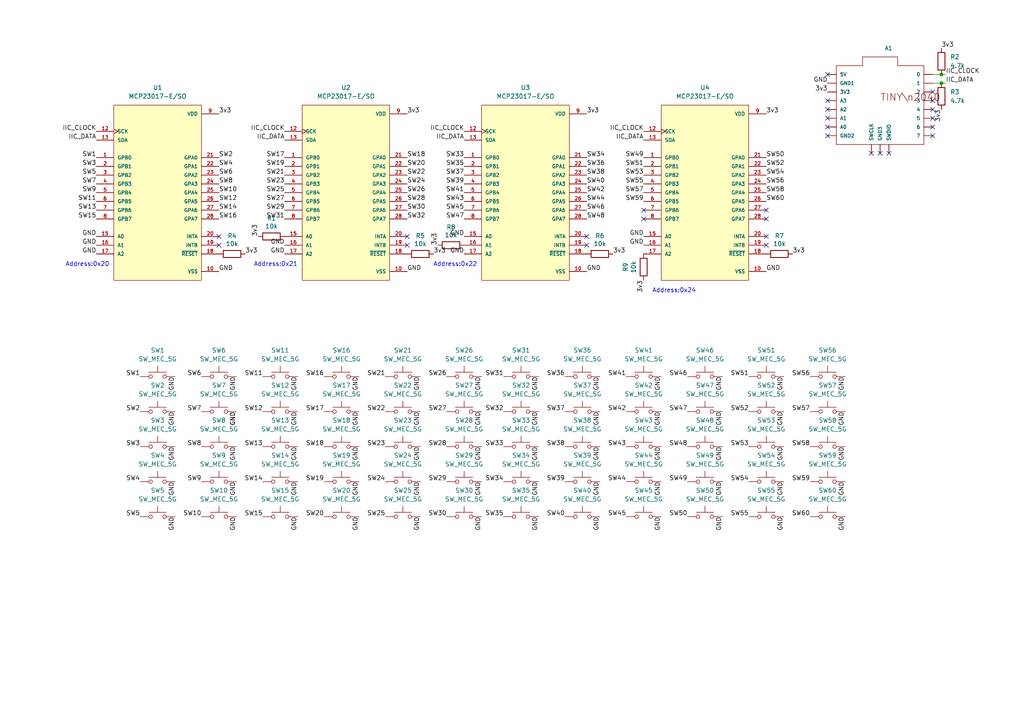
<source format=kicad_sch>
(kicad_sch (version 20211123) (generator eeschema)
  (paper "A4")
  (junction (at 273.05 24.13))
  (junction (at 273.05 21.59))
  (no_connect (at 222.25 71.12))
  (no_connect (at 222.25 68.58))
  (no_connect (at 222.25 63.5))
  (no_connect (at 170.18 71.12))
  (no_connect (at 170.18 68.58))
  (no_connect (at 222.25 60.96))
  (no_connect (at 186.69 60.96))
  (no_connect (at 186.69 63.5))
  (no_connect (at 118.11 68.58))
  (no_connect (at 118.11 71.12))
  (no_connect (at 63.5 71.12))
  (no_connect (at 63.5 68.58))
  (no_connect (at 252.73 44.45))
  (no_connect (at 270.51 36.83))
  (no_connect (at 270.51 34.29))
  (no_connect (at 257.81 44.45))
  (no_connect (at 270.51 31.75))
  (no_connect (at 270.51 29.21))
  (no_connect (at 270.51 26.67))
  (no_connect (at 270.51 39.37))
  (no_connect (at 240.03 31.75))
  (no_connect (at 240.03 39.37))
  (no_connect (at 240.03 34.29))
  (no_connect (at 240.03 36.83))
  (no_connect (at 240.03 29.21))
  (no_connect (at 240.03 21.59))
  (no_connect (at 255.27 44.45))
  (wire (pts (xy 270.51 21.59) (xy 273.05 21.59)))
  (wire (pts (xy 273.05 21.59) (xy 274.32 21.59)))
  (wire (pts (xy 270.51 24.13) (xy 273.05 24.13)))
  (wire (pts (xy 273.05 24.13) (xy 274.32 24.13)))
  (text "Address:0x20" (at 31.75 77.47 180) (effects (font (size 1.27 1.27)) (justify right bottom)))
  (text "Address:0x22" (at 138.43 77.47 180) (effects (font (size 1.27 1.27)) (justify right bottom)))
  (text "Address:0x24" (at 201.93 85.09 180) (effects (font (size 1.27 1.27)) (justify right bottom)))
  (text "Address:0x21\n" (at 86.36 77.47 180) (effects (font (size 1.27 1.27)) (justify right bottom)))
  (label "SW30" (at 118.11 60.96 0))
  (label "GND" (at 227.33 149.86 270))
  (label "SW44" (at 181.61 139.7 180))
  (label "GND" (at 156.21 139.7 270))
  (label "SW29" (at 82.55 60.96 180))
  (label "GND" (at 191.77 139.7 270))
  (label "SW5" (at 27.94 50.8 180))
  (label "GND" (at 68.58 119.38 270))
  (label "SW22" (at 111.76 119.38 180))
  (label "SW30" (at 129.54 149.86 180))
  (label "SW23" (at 82.55 53.34 180))
  (label "SW10" (at 63.5 55.88 0))
  (label "GND" (at 27.94 73.66 180))
  (label "SW3" (at 40.64 129.54 180))
  (label "SW31" (at 82.55 63.5 180))
  (label "SW6" (at 63.5 50.8 0))
  (label "SW24" (at 118.11 53.34 0))
  (label "SW19" (at 82.55 48.26 180))
  (label "IIC_DATA" (at 274.32 24.13 0))
  (label "GND" (at 68.58 139.7 270))
  (label "SW33" (at 146.05 129.54 180))
  (label "GND" (at 139.7 149.86 270))
  (label "GND" (at 118.11 78.74 0))
  (label "GND" (at 86.36 129.54 270))
  (label "SW34" (at 170.18 45.72 0))
  (label "3v3" (at 273.05 13.97 0))
  (label "GND" (at 227.33 139.7 270))
  (label "SW20" (at 93.98 149.86 180))
  (label "GND" (at 245.11 129.54 270))
  (label "SW49" (at 186.69 45.72 180))
  (label "GND" (at 86.36 119.38 270))
  (label "SW28" (at 118.11 58.42 0))
  (label "SW50" (at 199.39 149.86 180))
  (label "GND" (at 68.58 149.86 270))
  (label "SW8" (at 63.5 53.34 0))
  (label "GND" (at 156.21 119.38 270))
  (label "GND" (at 82.55 73.66 180))
  (label "GND" (at 227.33 109.22 270))
  (label "SW41" (at 134.62 55.88 180))
  (label "GND" (at 156.21 149.86 270))
  (label "GND" (at 191.77 119.38 270))
  (label "GND" (at 245.11 119.38 270))
  (label "SW38" (at 163.83 129.54 180))
  (label "3v3" (at 127 71.12 90))
  (label "SW2" (at 63.5 45.72 0))
  (label "SW40" (at 163.83 149.86 180))
  (label "GND" (at 173.99 139.7 270))
  (label "GND" (at 134.62 73.66 180))
  (label "SW13" (at 27.94 60.96 180))
  (label "SW54" (at 217.17 139.7 180))
  (label "GND" (at 191.77 129.54 270))
  (label "SW2" (at 40.64 119.38 180))
  (label "SW43" (at 134.62 58.42 180))
  (label "SW53" (at 217.17 129.54 180))
  (label "SW45" (at 181.61 149.86 180))
  (label "3v3" (at 186.69 81.28 270))
  (label "SW56" (at 234.95 109.22 180))
  (label "SW52" (at 222.25 48.26 0))
  (label "SW35" (at 134.62 48.26 180))
  (label "GND" (at 245.11 149.86 270))
  (label "GND" (at 50.8 139.7 270))
  (label "SW42" (at 170.18 55.88 0))
  (label "IIC_DATA" (at 27.94 40.64 180))
  (label "SW58" (at 222.25 55.88 0))
  (label "GND" (at 170.18 78.74 0))
  (label "GND" (at 156.21 129.54 270))
  (label "SW25" (at 111.76 149.86 180))
  (label "SW13" (at 76.2 129.54 180))
  (label "GND" (at 134.62 68.58 180))
  (label "GND" (at 209.55 149.86 270))
  (label "GND" (at 139.7 139.7 270))
  (label "GND" (at 104.14 139.7 270))
  (label "SW32" (at 118.11 63.5 0))
  (label "GND" (at 209.55 139.7 270))
  (label "SW17" (at 93.98 119.38 180))
  (label "SW41" (at 181.61 109.22 180))
  (label "SW3" (at 27.94 48.26 180))
  (label "GND" (at 68.58 109.22 270))
  (label "IIC_CLOCK" (at 82.55 38.1 180))
  (label "3v3" (at 177.8 73.66 0))
  (label "3v3" (at 118.11 33.02 0))
  (label "GND" (at 186.69 71.12 180))
  (label "SW53" (at 186.69 50.8 180))
  (label "GND" (at 27.94 68.58 180))
  (label "SW46" (at 170.18 60.96 0))
  (label "SW25" (at 82.55 55.88 180))
  (label "SW58" (at 234.95 129.54 180))
  (label "SW52" (at 217.17 119.38 180))
  (label "SW48" (at 170.18 63.5 0))
  (label "IIC_CLOCK" (at 274.32 21.59 0))
  (label "GND" (at 86.36 139.7 270))
  (label "GND" (at 209.55 119.38 270))
  (label "SW57" (at 186.69 55.88 180))
  (label "GND" (at 156.21 109.22 270))
  (label "GND" (at 68.58 129.54 270))
  (label "SW1" (at 40.64 109.22 180))
  (label "3v3" (at 125.73 73.66 0))
  (label "SW22" (at 118.11 50.8 0))
  (label "SW1" (at 27.94 45.72 180))
  (label "GND" (at 173.99 119.38 270))
  (label "SW34" (at 146.05 139.7 180))
  (label "GND" (at 139.7 119.38 270))
  (label "SW29" (at 129.54 139.7 180))
  (label "SW9" (at 58.42 139.7 180))
  (label "SW18" (at 118.11 45.72 0))
  (label "SW55" (at 186.69 53.34 180))
  (label "SW33" (at 134.62 45.72 180))
  (label "SW4" (at 40.64 139.7 180))
  (label "SW12" (at 76.2 119.38 180))
  (label "SW26" (at 118.11 55.88 0))
  (label "SW51" (at 186.69 48.26 180))
  (label "GND" (at 121.92 119.38 270))
  (label "SW36" (at 170.18 48.26 0))
  (label "SW11" (at 76.2 109.22 180))
  (label "SW54" (at 222.25 50.8 0))
  (label "3v3" (at 222.25 33.02 0))
  (label "GND" (at 173.99 129.54 270))
  (label "GND" (at 121.92 129.54 270))
  (label "SW60" (at 222.25 58.42 0))
  (label "GND" (at 121.92 109.22 270))
  (label "SW32" (at 146.05 119.38 180))
  (label "SW21" (at 82.55 50.8 180))
  (label "GND" (at 68.58 119.38 270))
  (label "SW47" (at 134.62 63.5 180))
  (label "SW56" (at 222.25 53.34 0))
  (label "GND" (at 240.03 24.13 180))
  (label "GND" (at 50.8 119.38 270))
  (label "SW31" (at 146.05 109.22 180))
  (label "SW16" (at 63.5 63.5 0))
  (label "3v3" (at 273.05 31.75 270))
  (label "SW15" (at 76.2 149.86 180))
  (label "SW39" (at 163.83 139.7 180))
  (label "GND" (at 86.36 109.22 270))
  (label "SW59" (at 186.69 58.42 180))
  (label "SW37" (at 163.83 119.38 180))
  (label "SW36" (at 163.83 109.22 180))
  (label "IIC_CLOCK" (at 134.62 38.1 180))
  (label "SW39" (at 134.62 53.34 180))
  (label "GND" (at 86.36 149.86 270))
  (label "SW50" (at 222.25 45.72 0))
  (label "SW7" (at 58.42 119.38 180))
  (label "SW46" (at 199.39 109.22 180))
  (label "SW11" (at 27.94 58.42 180))
  (label "SW4" (at 63.5 48.26 0))
  (label "SW44" (at 170.18 58.42 0))
  (label "GND" (at 104.14 129.54 270))
  (label "IIC_DATA" (at 82.55 40.64 180))
  (label "GND" (at 121.92 149.86 270))
  (label "GND" (at 139.7 129.54 270))
  (label "GND" (at 245.11 109.22 270))
  (label "SW5" (at 40.64 149.86 180))
  (label "GND" (at 139.7 109.22 270))
  (label "SW40" (at 170.18 53.34 0))
  (label "3v3" (at 63.5 33.02 0))
  (label "3v3" (at 229.87 73.66 0))
  (label "GND" (at 227.33 129.54 270))
  (label "SW6" (at 58.42 109.22 180))
  (label "SW49" (at 199.39 139.7 180))
  (label "SW7" (at 27.94 53.34 180))
  (label "SW51" (at 217.17 109.22 180))
  (label "GND" (at 104.14 119.38 270))
  (label "SW14" (at 63.5 60.96 0))
  (label "IIC_DATA" (at 186.69 40.64 180))
  (label "GND" (at 209.55 129.54 270))
  (label "SW18" (at 93.98 129.54 180))
  (label "SW8" (at 58.42 129.54 180))
  (label "SW47" (at 199.39 119.38 180))
  (label "SW38" (at 170.18 50.8 0))
  (label "3v3" (at 71.12 73.66 0))
  (label "GND" (at 173.99 149.86 270))
  (label "SW57" (at 234.95 119.38 180))
  (label "SW23" (at 111.76 129.54 180))
  (label "SW12" (at 63.5 58.42 0))
  (label "GND" (at 50.8 129.54 270))
  (label "GND" (at 209.55 109.22 270))
  (label "GND" (at 222.25 78.74 0))
  (label "SW35" (at 146.05 149.86 180))
  (label "SW55" (at 217.17 149.86 180))
  (label "SW43" (at 181.61 129.54 180))
  (label "GND" (at 104.14 109.22 270))
  (label "3v3" (at 74.93 68.58 90))
  (label "SW21" (at 111.76 109.22 180))
  (label "SW45" (at 134.62 60.96 180))
  (label "SW15" (at 27.94 63.5 180))
  (label "SW14" (at 76.2 139.7 180))
  (label "SW60" (at 234.95 149.86 180))
  (label "GND" (at 186.69 68.58 180))
  (label "GND" (at 121.92 139.7 270))
  (label "SW9" (at 27.94 55.88 180))
  (label "IIC_CLOCK" (at 186.69 38.1 180))
  (label "GND" (at 191.77 109.22 270))
  (label "GND" (at 50.8 149.86 270))
  (label "3v3" (at 240.03 26.67 180))
  (label "GND" (at 27.94 71.12 180))
  (label "GND" (at 173.99 109.22 270))
  (label "SW17" (at 82.55 45.72 180))
  (label "GND" (at 191.77 149.86 270))
  (label "SW24" (at 111.76 139.7 180))
  (label "GND" (at 245.11 139.7 270))
  (label "GND" (at 227.33 119.38 270))
  (label "GND" (at 50.8 109.22 270))
  (label "SW20" (at 118.11 48.26 0))
  (label "IIC_DATA" (at 134.62 40.64 180))
  (label "SW27" (at 82.55 58.42 180))
  (label "IIC_CLOCK" (at 27.94 38.1 180))
  (label "SW16" (at 93.98 109.22 180))
  (label "SW26" (at 129.54 109.22 180))
  (label "SW28" (at 129.54 129.54 180))
  (label "SW42" (at 181.61 119.38 180))
  (label "GND" (at 82.55 71.12 180))
  (label "GND" (at 104.14 149.86 270))
  (label "SW48" (at 199.39 129.54 180))
  (label "SW27" (at 129.54 119.38 180))
  (label "SW10" (at 58.42 149.86 180))
  (label "3v3" (at 170.18 33.02 0))
  (label "GND" (at 63.5 78.74 0))
  (label "SW37" (at 134.62 50.8 180))
  (label "SW59" (at 234.95 139.7 180))
  (label "SW19" (at 93.98 139.7 180))
  (symbol (lib_name "SW_KAILH_CHOC_V2_34") (lib_id "project_library:SW_KAILH_CHOC_V2") (at 63.5 119.38 0) (unit 1)
    (property "Reference" "SW7" (at 63.5 111.76 0))
    (property "Value" "SW_MEC_5G" (at 63.5 114.3 0))
    (property "Footprint" "footprints:CherryMX_ChocV2_1u" (effects hide))
    (property "Datasheet" "Custom switch" (effects hide))
  )
  (symbol (lib_id "project_library:MCP23017-E{brace}slash}SO") (at 152.4 55.88 0) (unit 1)
    (property "Reference" "U3" (at 152.4 25.4 0))
    (property "Value" "MCP23017-E{slash}SO" (at 152.4 27.94 0))
    (property "Footprint" "footprints:SOIC127P1030X265-28N" (effects hide))
    (property "L_MAX" "1.27" (effects hide))
    (property "D_MIN" "17.9" (effects hide))
    (property "D_MAX" "17.9" (effects hide))
    (property "E1_MIN" "7.5" (effects hide))
    (property "PARTREV" "C" (effects hide))
    (property "A_MAX" "2.65" (effects hide))
    (property "E_NOM" "10.3" (effects hide))
    (property "E1_NOM" "7.5" (effects hide))
    (property "A_NOM" "2.65" (effects hide))
    (property "MANUFACTURER" "Microchip" (effects hide))
    (property "B_NOM" "0.41" (effects hide))
    (property "D2_MAX" "0.0" (effects hide))
    (property "A_MIN" "2.65" (effects hide))
    (property "B_MIN" "0.31" (effects hide))
    (property "B_MAX" "0.51" (effects hide))
    (property "PIN_COUNT" "28.0" (effects hide))
    (property "A1_MIN" "0.1" (effects hide))
    (property "ENOM" "1.27" (effects hide))
    (property "E_MAX" "10.3" (effects hide))
    (property "E_MIN" "10.3" (effects hide))
    (property "STANDARD" "IPC 7351B" (effects hide))
    (property "D_NOM" "17.9" (effects hide))
    (property "MAXIMUM_PACKAGE_HEIGHT" "2.65mm" (effects hide))
    (property "L_NOM" "0.835" (effects hide))
    (property "L_MIN" "0.4" (effects hide))
    (property "E1_MAX" "7.5" (effects hide))
    (property "E2_MAX" "0.0" (effects hide))
  )
  (symbol (lib_id "Device:R") (at 186.69 77.47 180) (unit 1)
    (property "Reference" "R9" (at 181.4322 77.47 90))
    (property "Value" "10k" (at 183.7436 77.47 90))
    (property "Footprint" "Resistor_SMD:R_0805_2012Metric_Pad1.20x1.40mm_HandSolder" (effects hide))
  )
  (symbol (lib_name "SW_KAILH_CHOC_V2_30") (lib_id "project_library:SW_KAILH_CHOC_V2") (at 81.28 149.86 0) (unit 1)
    (property "Reference" "SW15" (at 81.28 142.24 0))
    (property "Value" "SW_MEC_5G" (at 81.28 144.78 0))
    (property "Footprint" "footprints:CherryMX_ChocV2_1u" (effects hide))
    (property "Datasheet" "Custom switch" (effects hide))
  )
  (symbol (lib_name "SW_KAILH_CHOC_V2_37") (lib_id "project_library:SW_KAILH_CHOC_V2") (at 134.62 129.54 0) (unit 1)
    (property "Reference" "SW28" (at 134.62 121.92 0))
    (property "Value" "SW_MEC_5G" (at 134.62 124.46 0))
    (property "Footprint" "footprints:CherryMX_ChocV2_1u" (effects hide))
    (property "Datasheet" "Custom switch" (effects hide))
  )
  (symbol (lib_name "SW_KAILH_CHOC_V2_8") (lib_id "project_library:SW_KAILH_CHOC_V2") (at 204.47 129.54 0) (unit 1)
    (property "Reference" "SW48" (at 204.47 121.92 0))
    (property "Value" "SW_MEC_5G" (at 204.47 124.46 0))
    (property "Footprint" "footprints:CherryMX_ChocV2_1u" (effects hide))
    (property "Datasheet" "Custom switch" (effects hide))
  )
  (symbol (lib_name "SW_KAILH_CHOC_V2_43") (lib_id "project_library:SW_KAILH_CHOC_V2") (at 151.13 129.54 0) (unit 1)
    (property "Reference" "SW33" (at 151.13 121.92 0))
    (property "Value" "SW_MEC_5G" (at 151.13 124.46 0))
    (property "Footprint" "footprints:CherryMX_ChocV2_1u" (effects hide))
    (property "Datasheet" "Custom switch" (effects hide))
  )
  (symbol (lib_id "Device:R") (at 173.99 73.66 90) (unit 1)
    (property "Reference" "R6" (at 173.99 68.4022 90))
    (property "Value" "10k" (at 173.99 70.7136 90))
    (property "Footprint" "Resistor_SMD:R_0805_2012Metric_Pad1.20x1.40mm_HandSolder" (effects hide))
  )
  (symbol (lib_id "Device:R") (at 273.05 27.94 0) (unit 1)
    (property "Reference" "R3" (at 275.59 26.6699 0) (effects (justify left)))
    (property "Value" "4.7k" (at 275.59 29.2099 0) (effects (justify left)))
    (property "Footprint" "Resistor_SMD:R_0805_2012Metric_Pad1.20x1.40mm_HandSolder" (effects hide))
  )
  (symbol (lib_id "Device:R") (at 226.06 73.66 90) (unit 1)
    (property "Reference" "R7" (at 226.06 68.4022 90))
    (property "Value" "10k" (at 226.06 70.7136 90))
    (property "Footprint" "Resistor_SMD:R_0805_2012Metric_Pad1.20x1.40mm_HandSolder" (effects hide))
  )
  (symbol (lib_id "Device:R") (at 78.74 68.58 90) (unit 1)
    (property "Reference" "R1" (at 78.74 63.3222 90))
    (property "Value" "10k" (at 78.74 65.6336 90))
    (property "Footprint" "Resistor_SMD:R_0805_2012Metric_Pad1.20x1.40mm_HandSolder" (effects hide))
  )
  (symbol (lib_name "SW_KAILH_CHOC_V2_56") (lib_id "project_library:SW_KAILH_CHOC_V2") (at 99.06 139.7 0) (unit 1)
    (property "Reference" "SW19" (at 99.06 132.08 0))
    (property "Value" "SW_MEC_5G" (at 99.06 134.62 0))
    (property "Footprint" "footprints:CherryMX_ChocV2_1u" (effects hide))
    (property "Datasheet" "Custom switch" (effects hide))
  )
  (symbol (lib_name "SW_KAILH_CHOC_V2_11") (lib_id "project_library:SW_KAILH_CHOC_V2") (at 240.03 129.54 0) (unit 1)
    (property "Reference" "SW58" (at 240.03 121.92 0))
    (property "Value" "SW_MEC_5G" (at 240.03 124.46 0))
    (property "Footprint" "footprints:CherryMX_ChocV2_1u" (effects hide))
    (property "Datasheet" "Custom switch" (effects hide))
  )
  (symbol (lib_name "SW_KAILH_CHOC_V2_48") (lib_id "project_library:SW_KAILH_CHOC_V2") (at 134.62 139.7 0) (unit 1)
    (property "Reference" "SW29" (at 134.62 132.08 0))
    (property "Value" "SW_MEC_5G" (at 134.62 134.62 0))
    (property "Footprint" "footprints:CherryMX_ChocV2_1u" (effects hide))
    (property "Datasheet" "Custom switch" (effects hide))
  )
  (symbol (lib_name "SW_KAILH_CHOC_V2_24") (lib_id "project_library:SW_KAILH_CHOC_V2") (at 186.69 139.7 0) (unit 1)
    (property "Reference" "SW44" (at 186.69 132.08 0))
    (property "Value" "SW_MEC_5G" (at 186.69 134.62 0))
    (property "Footprint" "footprints:CherryMX_ChocV2_1u" (effects hide))
    (property "Datasheet" "Custom switch" (effects hide))
  )
  (symbol (lib_name "SW_KAILH_CHOC_V2_52") (lib_id "project_library:SW_KAILH_CHOC_V2") (at 81.28 119.38 0) (unit 1)
    (property "Reference" "SW12" (at 81.28 111.76 0))
    (property "Value" "SW_MEC_5G" (at 81.28 114.3 0))
    (property "Footprint" "footprints:CherryMX_ChocV2_1u" (effects hide))
    (property "Datasheet" "Custom switch" (effects hide))
  )
  (symbol (lib_name "SW_KAILH_CHOC_V2_46") (lib_id "project_library:SW_KAILH_CHOC_V2") (at 116.84 109.22 0) (unit 1)
    (property "Reference" "SW21" (at 116.84 101.6 0))
    (property "Value" "SW_MEC_5G" (at 116.84 104.14 0))
    (property "Footprint" "footprints:CherryMX_ChocV2_1u" (effects hide))
    (property "Datasheet" "Custom switch" (effects hide))
  )
  (symbol (lib_name "SW_KAILH_CHOC_V2_28") (lib_id "project_library:SW_KAILH_CHOC_V2") (at 45.72 119.38 0) (unit 1)
    (property "Reference" "SW2" (at 45.72 111.76 0))
    (property "Value" "SW_MEC_5G" (at 45.72 114.3 0))
    (property "Footprint" "footprints:CherryMX_ChocV2_1u" (effects hide))
    (property "Datasheet" "Custom switch" (effects hide))
  )
  (symbol (lib_name "SW_KAILH_CHOC_V2_59") (lib_id "project_library:SW_KAILH_CHOC_V2") (at 99.06 109.22 0) (unit 1)
    (property "Reference" "SW16" (at 99.06 101.6 0))
    (property "Value" "SW_MEC_5G" (at 99.06 104.14 0))
    (property "Footprint" "footprints:CherryMX_ChocV2_1u" (effects hide))
    (property "Datasheet" "Custom switch" (effects hide))
  )
  (symbol (lib_name "SW_KAILH_CHOC_V2_54") (lib_id "project_library:SW_KAILH_CHOC_V2") (at 81.28 129.54 0) (unit 1)
    (property "Reference" "SW13" (at 81.28 121.92 0))
    (property "Value" "SW_MEC_5G" (at 81.28 124.46 0))
    (property "Footprint" "footprints:CherryMX_ChocV2_1u" (effects hide))
    (property "Datasheet" "Custom switch" (effects hide))
  )
  (symbol (lib_name "SW_KAILH_CHOC_V2_31") (lib_id "project_library:SW_KAILH_CHOC_V2") (at 45.72 139.7 0) (unit 1)
    (property "Reference" "SW4" (at 45.72 132.08 0))
    (property "Value" "SW_MEC_5G" (at 45.72 134.62 0))
    (property "Footprint" "footprints:CherryMX_ChocV2_1u" (effects hide))
    (property "Datasheet" "Custom switch" (effects hide))
  )
  (symbol (lib_name "SW_KAILH_CHOC_V2_27") (lib_id "project_library:SW_KAILH_CHOC_V2") (at 63.5 149.86 0) (unit 1)
    (property "Reference" "SW10" (at 63.5 142.24 0))
    (property "Value" "SW_MEC_5G" (at 63.5 144.78 0))
    (property "Footprint" "footprints:CherryMX_ChocV2_1u" (effects hide))
    (property "Datasheet" "Custom switch" (effects hide))
  )
  (symbol (lib_name "SW_KAILH_CHOC_V2_39") (lib_id "project_library:SW_KAILH_CHOC_V2") (at 116.84 149.86 0) (unit 1)
    (property "Reference" "SW25" (at 116.84 142.24 0))
    (property "Value" "SW_MEC_5G" (at 116.84 144.78 0))
    (property "Footprint" "footprints:CherryMX_ChocV2_1u" (effects hide))
    (property "Datasheet" "Custom switch" (effects hide))
  )
  (symbol (lib_id "project_library:MCP23017-E{brace}slash}SO") (at 100.33 55.88 0) (unit 1)
    (property "Reference" "U2" (at 100.33 25.4 0))
    (property "Value" "MCP23017-E{slash}SO" (at 100.33 27.94 0))
    (property "Footprint" "footprints:SOIC127P1030X265-28N" (effects hide))
    (property "L_MAX" "1.27" (effects hide))
    (property "D_MIN" "17.9" (effects hide))
    (property "D_MAX" "17.9" (effects hide))
    (property "E1_MIN" "7.5" (effects hide))
    (property "PARTREV" "C" (effects hide))
    (property "A_MAX" "2.65" (effects hide))
    (property "E_NOM" "10.3" (effects hide))
    (property "E1_NOM" "7.5" (effects hide))
    (property "A_NOM" "2.65" (effects hide))
    (property "MANUFACTURER" "Microchip" (effects hide))
    (property "B_NOM" "0.41" (effects hide))
    (property "D2_MAX" "0.0" (effects hide))
    (property "A_MIN" "2.65" (effects hide))
    (property "B_MIN" "0.31" (effects hide))
    (property "B_MAX" "0.51" (effects hide))
    (property "PIN_COUNT" "28.0" (effects hide))
    (property "A1_MIN" "0.1" (effects hide))
    (property "ENOM" "1.27" (effects hide))
    (property "E_MAX" "10.3" (effects hide))
    (property "E_MIN" "10.3" (effects hide))
    (property "STANDARD" "IPC 7351B" (effects hide))
    (property "D_NOM" "17.9" (effects hide))
    (property "MAXIMUM_PACKAGE_HEIGHT" "2.65mm" (effects hide))
    (property "L_NOM" "0.835" (effects hide))
    (property "L_MIN" "0.4" (effects hide))
    (property "E1_MAX" "7.5" (effects hide))
    (property "E2_MAX" "0.0" (effects hide))
  )
  (symbol (lib_id "project_library:TINY2040-pimoroni-boards") (at 255.27 31.75 0) (unit 1)
    (property "Reference" "A1" (at 257.7078 13.97 0) (effects (font (size 1.143 1.143))))
    (property "Value" "TINY2040-pimoroni-boards" (effects hide))
    (property "Footprint" "footprints:pimoroni-boards-TINY2040" (effects hide))
  )
  (symbol (lib_name "SW_KAILH_CHOC_V2_16") (lib_id "project_library:SW_KAILH_CHOC_V2") (at 186.69 109.22 0) (unit 1)
    (property "Reference" "SW41" (at 186.69 101.6 0))
    (property "Value" "SW_MEC_5G" (at 186.69 104.14 0))
    (property "Footprint" "footprints:CherryMX_ChocV2_1u" (effects hide))
    (property "Datasheet" "Custom switch" (effects hide))
  )
  (symbol (lib_name "SW_KAILH_CHOC_V2_2") (lib_id "project_library:SW_KAILH_CHOC_V2") (at 222.25 139.7 0) (unit 1)
    (property "Reference" "SW54" (at 222.25 132.08 0))
    (property "Value" "SW_MEC_5G" (at 222.25 134.62 0))
    (property "Footprint" "footprints:CherryMX_ChocV2_1u" (effects hide))
    (property "Datasheet" "Custom switch" (effects hide))
  )
  (symbol (lib_name "SW_KAILH_CHOC_V2_55") (lib_id "project_library:SW_KAILH_CHOC_V2") (at 81.28 139.7 0) (unit 1)
    (property "Reference" "SW14" (at 81.28 132.08 0))
    (property "Value" "SW_MEC_5G" (at 81.28 134.62 0))
    (property "Footprint" "footprints:CherryMX_ChocV2_1u" (effects hide))
    (property "Datasheet" "Custom switch" (effects hide))
  )
  (symbol (lib_name "SW_KAILH_CHOC_V2_50") (lib_id "project_library:SW_KAILH_CHOC_V2") (at 151.13 139.7 0) (unit 1)
    (property "Reference" "SW34" (at 151.13 132.08 0))
    (property "Value" "SW_MEC_5G" (at 151.13 134.62 0))
    (property "Footprint" "footprints:CherryMX_ChocV2_1u" (effects hide))
    (property "Datasheet" "Custom switch" (effects hide))
  )
  (symbol (lib_name "SW_KAILH_CHOC_V2_40") (lib_id "project_library:SW_KAILH_CHOC_V2") (at 116.84 139.7 0) (unit 1)
    (property "Reference" "SW24" (at 116.84 132.08 0))
    (property "Value" "SW_MEC_5G" (at 116.84 134.62 0))
    (property "Footprint" "footprints:CherryMX_ChocV2_1u" (effects hide))
    (property "Datasheet" "Custom switch" (effects hide))
  )
  (symbol (lib_name "SW_KAILH_CHOC_V2_49") (lib_id "project_library:SW_KAILH_CHOC_V2") (at 134.62 149.86 0) (unit 1)
    (property "Reference" "SW30" (at 134.62 142.24 0))
    (property "Value" "SW_MEC_5G" (at 134.62 144.78 0))
    (property "Footprint" "footprints:CherryMX_ChocV2_1u" (effects hide))
    (property "Datasheet" "Custom switch" (effects hide))
  )
  (symbol (lib_name "SW_KAILH_CHOC_V2_12") (lib_id "project_library:SW_KAILH_CHOC_V2") (at 240.03 119.38 0) (unit 1)
    (property "Reference" "SW57" (at 240.03 111.76 0))
    (property "Value" "SW_MEC_5G" (at 240.03 114.3 0))
    (property "Footprint" "footprints:CherryMX_ChocV2_1u" (effects hide))
    (property "Datasheet" "Custom switch" (effects hide))
  )
  (symbol (lib_name "SW_KAILH_CHOC_V2_4") (lib_id "project_library:SW_KAILH_CHOC_V2") (at 240.03 139.7 0) (unit 1)
    (property "Reference" "SW59" (at 240.03 132.08 0))
    (property "Value" "SW_MEC_5G" (at 240.03 134.62 0))
    (property "Footprint" "footprints:CherryMX_ChocV2_1u" (effects hide))
    (property "Datasheet" "Custom switch" (effects hide))
  )
  (symbol (lib_name "SW_KAILH_CHOC_V2_45") (lib_id "project_library:SW_KAILH_CHOC_V2") (at 116.84 129.54 0) (unit 1)
    (property "Reference" "SW23" (at 116.84 121.92 0))
    (property "Value" "SW_MEC_5G" (at 116.84 124.46 0))
    (property "Footprint" "footprints:CherryMX_ChocV2_1u" (effects hide))
    (property "Datasheet" "Custom switch" (effects hide))
  )
  (symbol (lib_name "SW_KAILH_CHOC_V2_15") (lib_id "project_library:SW_KAILH_CHOC_V2") (at 204.47 109.22 0) (unit 1)
    (property "Reference" "SW46" (at 204.47 101.6 0))
    (property "Value" "SW_MEC_5G" (at 204.47 104.14 0))
    (property "Footprint" "footprints:CherryMX_ChocV2_1u" (effects hide))
    (property "Datasheet" "Custom switch" (effects hide))
  )
  (symbol (lib_name "SW_KAILH_CHOC_V2_17") (lib_id "project_library:SW_KAILH_CHOC_V2") (at 186.69 119.38 0) (unit 1)
    (property "Reference" "SW42" (at 186.69 111.76 0))
    (property "Value" "SW_MEC_5G" (at 186.69 114.3 0))
    (property "Footprint" "footprints:CherryMX_ChocV2_1u" (effects hide))
    (property "Datasheet" "Custom switch" (effects hide))
  )
  (symbol (lib_name "SW_KAILH_CHOC_V2_20") (lib_id "project_library:SW_KAILH_CHOC_V2") (at 168.91 109.22 0) (unit 1)
    (property "Reference" "SW36" (at 168.91 101.6 0))
    (property "Value" "SW_MEC_5G" (at 168.91 104.14 0))
    (property "Footprint" "footprints:CherryMX_ChocV2_1u" (effects hide))
    (property "Datasheet" "Custom switch" (effects hide))
  )
  (symbol (lib_name "SW_KAILH_CHOC_V2_33") (lib_id "project_library:SW_KAILH_CHOC_V2") (at 63.5 109.22 0) (unit 1)
    (property "Reference" "SW6" (at 63.5 101.6 0))
    (property "Value" "SW_MEC_5G" (at 63.5 104.14 0))
    (property "Footprint" "footprints:CherryMX_ChocV2_1u" (effects hide))
    (property "Datasheet" "Custom switch" (effects hide))
  )
  (symbol (lib_name "SW_KAILH_CHOC_V2_58") (lib_id "project_library:SW_KAILH_CHOC_V2") (at 99.06 119.38 0) (unit 1)
    (property "Reference" "SW17" (at 99.06 111.76 0))
    (property "Value" "SW_MEC_5G" (at 99.06 114.3 0))
    (property "Footprint" "footprints:CherryMX_ChocV2_1u" (effects hide))
    (property "Datasheet" "Custom switch" (effects hide))
  )
  (symbol (lib_name "SW_KAILH_CHOC_V2_5") (lib_id "project_library:SW_KAILH_CHOC_V2") (at 204.47 119.38 0) (unit 1)
    (property "Reference" "SW47" (at 204.47 111.76 0))
    (property "Value" "SW_MEC_5G" (at 204.47 114.3 0))
    (property "Footprint" "footprints:CherryMX_ChocV2_1u" (effects hide))
    (property "Datasheet" "Custom switch" (effects hide))
  )
  (symbol (lib_name "SW_KAILH_CHOC_V2_51") (lib_id "project_library:SW_KAILH_CHOC_V2") (at 151.13 149.86 0) (unit 1)
    (property "Reference" "SW35" (at 151.13 142.24 0))
    (property "Value" "SW_MEC_5G" (at 151.13 144.78 0))
    (property "Footprint" "footprints:CherryMX_ChocV2_1u" (effects hide))
    (property "Datasheet" "Custom switch" (effects hide))
  )
  (symbol (lib_name "SW_KAILH_CHOC_V2_26") (lib_id "project_library:SW_KAILH_CHOC_V2") (at 45.72 149.86 0) (unit 1)
    (property "Reference" "SW5" (at 45.72 142.24 0))
    (property "Value" "SW_MEC_5G" (at 45.72 144.78 0))
    (property "Footprint" "footprints:CherryMX_ChocV2_1u" (effects hide))
    (property "Datasheet" "Custom switch" (effects hide))
  )
  (symbol (lib_name "SW_KAILH_CHOC_V2_32") (lib_id "project_library:SW_KAILH_CHOC_V2") (at 45.72 129.54 0) (unit 1)
    (property "Reference" "SW3" (at 45.72 121.92 0))
    (property "Value" "SW_MEC_5G" (at 45.72 124.46 0))
    (property "Footprint" "footprints:CherryMX_ChocV2_1u" (effects hide))
    (property "Datasheet" "Custom switch" (effects hide))
  )
  (symbol (lib_name "SW_KAILH_CHOC_V2_53") (lib_id "project_library:SW_KAILH_CHOC_V2") (at 81.28 109.22 0) (unit 1)
    (property "Reference" "SW11" (at 81.28 101.6 0))
    (property "Value" "SW_MEC_5G" (at 81.28 104.14 0))
    (property "Footprint" "footprints:CherryMX_ChocV2_1u" (effects hide))
    (property "Datasheet" "Custom switch" (effects hide))
  )
  (symbol (lib_name "SW_KAILH_CHOC_V2_35") (lib_id "project_library:SW_KAILH_CHOC_V2") (at 63.5 129.54 0) (unit 1)
    (property "Reference" "SW8" (at 63.5 121.92 0))
    (property "Value" "SW_MEC_5G" (at 63.5 124.46 0))
    (property "Footprint" "footprints:CherryMX_ChocV2_1u" (effects hide))
    (property "Datasheet" "Custom switch" (effects hide))
  )
  (symbol (lib_name "SW_KAILH_CHOC_V2_57") (lib_id "project_library:SW_KAILH_CHOC_V2") (at 99.06 149.86 0) (unit 1)
    (property "Reference" "SW20" (at 99.06 142.24 0))
    (property "Value" "SW_MEC_5G" (at 99.06 144.78 0))
    (property "Footprint" "footprints:CherryMX_ChocV2_1u" (effects hide))
    (property "Datasheet" "Custom switch" (effects hide))
  )
  (symbol (lib_name "SW_KAILH_CHOC_V2_29") (lib_id "project_library:SW_KAILH_CHOC_V2") (at 45.72 109.22 0) (unit 1)
    (property "Reference" "SW1" (at 45.72 101.6 0))
    (property "Value" "SW_MEC_5G" (at 45.72 104.14 0))
    (property "Footprint" "footprints:CherryMX_ChocV2_1u" (effects hide))
    (property "Datasheet" "Custom switch" (effects hide))
  )
  (symbol (lib_name "SW_KAILH_CHOC_V2_3") (lib_id "project_library:SW_KAILH_CHOC_V2") (at 240.03 149.86 0) (unit 1)
    (property "Reference" "SW60" (at 240.03 142.24 0))
    (property "Value" "SW_MEC_5G" (at 240.03 144.78 0))
    (property "Footprint" "footprints:CherryMX_ChocV2_1u" (effects hide))
    (property "Datasheet" "Custom switch" (effects hide))
  )
  (symbol (lib_id "project_library:MCP23017-E{brace}slash}SO") (at 45.72 55.88 0) (unit 1)
    (property "Reference" "U1" (at 45.72 25.4 0))
    (property "Value" "MCP23017-E{slash}SO" (at 45.72 27.94 0))
    (property "Footprint" "footprints:SOIC127P1030X265-28N" (effects hide))
    (property "L_MAX" "1.27" (effects hide))
    (property "D_MIN" "17.9" (effects hide))
    (property "D_MAX" "17.9" (effects hide))
    (property "E1_MIN" "7.5" (effects hide))
    (property "PARTREV" "C" (effects hide))
    (property "A_MAX" "2.65" (effects hide))
    (property "E_NOM" "10.3" (effects hide))
    (property "E1_NOM" "7.5" (effects hide))
    (property "A_NOM" "2.65" (effects hide))
    (property "MANUFACTURER" "Microchip" (effects hide))
    (property "B_NOM" "0.41" (effects hide))
    (property "D2_MAX" "0.0" (effects hide))
    (property "A_MIN" "2.65" (effects hide))
    (property "B_MIN" "0.31" (effects hide))
    (property "B_MAX" "0.51" (effects hide))
    (property "PIN_COUNT" "28.0" (effects hide))
    (property "A1_MIN" "0.1" (effects hide))
    (property "ENOM" "1.27" (effects hide))
    (property "E_MAX" "10.3" (effects hide))
    (property "E_MIN" "10.3" (effects hide))
    (property "STANDARD" "IPC 7351B" (effects hide))
    (property "D_NOM" "17.9" (effects hide))
    (property "MAXIMUM_PACKAGE_HEIGHT" "2.65mm" (effects hide))
    (property "L_NOM" "0.835" (effects hide))
    (property "L_MIN" "0.4" (effects hide))
    (property "E1_MAX" "7.5" (effects hide))
    (property "E2_MAX" "0.0" (effects hide))
  )
  (symbol (lib_name "SW_KAILH_CHOC_V2_38") (lib_id "project_library:SW_KAILH_CHOC_V2") (at 134.62 119.38 0) (unit 1)
    (property "Reference" "SW27" (at 134.62 111.76 0))
    (property "Value" "SW_MEC_5G" (at 134.62 114.3 0))
    (property "Footprint" "footprints:CherryMX_ChocV2_1u" (effects hide))
    (property "Datasheet" "Custom switch" (effects hide))
  )
  (symbol (lib_name "SW_KAILH_CHOC_V2_36") (lib_id "project_library:SW_KAILH_CHOC_V2") (at 63.5 139.7 0) (unit 1)
    (property "Reference" "SW9" (at 63.5 132.08 0))
    (property "Value" "SW_MEC_5G" (at 63.5 134.62 0))
    (property "Footprint" "footprints:CherryMX_ChocV2_1u" (effects hide))
    (property "Datasheet" "Custom switch" (effects hide))
  )
  (symbol (lib_name "SW_KAILH_CHOC_V2_21") (lib_id "project_library:SW_KAILH_CHOC_V2") (at 168.91 129.54 0) (unit 1)
    (property "Reference" "SW38" (at 168.91 121.92 0))
    (property "Value" "SW_MEC_5G" (at 168.91 124.46 0))
    (property "Footprint" "footprints:CherryMX_ChocV2_1u" (effects hide))
    (property "Datasheet" "Custom switch" (effects hide))
  )
  (symbol (lib_name "SW_KAILH_CHOC_V2_13") (lib_id "project_library:SW_KAILH_CHOC_V2") (at 222.25 109.22 0) (unit 1)
    (property "Reference" "SW51" (at 222.25 101.6 0))
    (property "Value" "SW_MEC_5G" (at 222.25 104.14 0))
    (property "Footprint" "footprints:CherryMX_ChocV2_1u" (effects hide))
    (property "Datasheet" "Custom switch" (effects hide))
  )
  (symbol (lib_name "SW_KAILH_CHOC_V2_9") (lib_id "project_library:SW_KAILH_CHOC_V2") (at 204.47 149.86 0) (unit 1)
    (property "Reference" "SW50" (at 204.47 142.24 0))
    (property "Value" "SW_MEC_5G" (at 204.47 144.78 0))
    (property "Footprint" "footprints:CherryMX_ChocV2_1u" (effects hide))
    (property "Datasheet" "Custom switch" (effects hide))
  )
  (symbol (lib_name "SW_KAILH_CHOC_V2_1") (lib_id "project_library:SW_KAILH_CHOC_V2") (at 222.25 149.86 0) (unit 1)
    (property "Reference" "SW55" (at 222.25 142.24 0))
    (property "Value" "SW_MEC_5G" (at 222.25 144.78 0))
    (property "Footprint" "footprints:CherryMX_ChocV2_1u" (effects hide))
    (property "Datasheet" "Custom switch" (effects hide))
  )
  (symbol (lib_id "project_library:MCP23017-E{brace}slash}SO") (at 204.47 55.88 0) (unit 1)
    (property "Reference" "U4" (at 204.47 25.4 0))
    (property "Value" "MCP23017-E{slash}SO" (at 204.47 27.94 0))
    (property "Footprint" "footprints:SOIC127P1030X265-28N" (effects hide))
    (property "L_MAX" "1.27" (effects hide))
    (property "D_MIN" "17.9" (effects hide))
    (property "D_MAX" "17.9" (effects hide))
    (property "E1_MIN" "7.5" (effects hide))
    (property "PARTREV" "C" (effects hide))
    (property "A_MAX" "2.65" (effects hide))
    (property "E_NOM" "10.3" (effects hide))
    (property "E1_NOM" "7.5" (effects hide))
    (property "A_NOM" "2.65" (effects hide))
    (property "MANUFACTURER" "Microchip" (effects hide))
    (property "B_NOM" "0.41" (effects hide))
    (property "D2_MAX" "0.0" (effects hide))
    (property "A_MIN" "2.65" (effects hide))
    (property "B_MIN" "0.31" (effects hide))
    (property "B_MAX" "0.51" (effects hide))
    (property "PIN_COUNT" "28.0" (effects hide))
    (property "A1_MIN" "0.1" (effects hide))
    (property "ENOM" "1.27" (effects hide))
    (property "E_MAX" "10.3" (effects hide))
    (property "E_MIN" "10.3" (effects hide))
    (property "STANDARD" "IPC 7351B" (effects hide))
    (property "D_NOM" "17.9" (effects hide))
    (property "MAXIMUM_PACKAGE_HEIGHT" "2.65mm" (effects hide))
    (property "L_NOM" "0.835" (effects hide))
    (property "L_MIN" "0.4" (effects hide))
    (property "E1_MAX" "7.5" (effects hide))
    (property "E2_MAX" "0.0" (effects hide))
  )
  (symbol (lib_name "SW_KAILH_CHOC_V2_41") (lib_id "project_library:SW_KAILH_CHOC_V2") (at 134.62 109.22 0) (unit 1)
    (property "Reference" "SW26" (at 134.62 101.6 0))
    (property "Value" "SW_MEC_5G" (at 134.62 104.14 0))
    (property "Footprint" "footprints:CherryMX_ChocV2_1u" (effects hide))
    (property "Datasheet" "Custom switch" (effects hide))
  )
  (symbol (lib_id "Device:R") (at 121.92 73.66 90) (unit 1)
    (property "Reference" "R5" (at 121.92 68.4022 90))
    (property "Value" "10k" (at 121.92 70.7136 90))
    (property "Footprint" "Resistor_SMD:R_0805_2012Metric_Pad1.20x1.40mm_HandSolder" (effects hide))
  )
  (symbol (lib_id "project_library:SW_KAILH_CHOC_V2") (at 99.06 129.54 0) (unit 1)
    (property "Reference" "SW18" (at 99.06 121.92 0))
    (property "Value" "SW_MEC_5G" (at 99.06 124.46 0))
    (property "Footprint" "footprints:CherryMX_ChocV2_1u" (effects hide))
    (property "Datasheet" "Custom switch" (effects hide))
  )
  (symbol (lib_name "SW_KAILH_CHOC_V2_22") (lib_id "project_library:SW_KAILH_CHOC_V2") (at 168.91 149.86 0) (unit 1)
    (property "Reference" "SW40" (at 168.91 142.24 0))
    (property "Value" "SW_MEC_5G" (at 168.91 144.78 0))
    (property "Footprint" "footprints:CherryMX_ChocV2_1u" (effects hide))
    (property "Datasheet" "Custom switch" (effects hide))
  )
  (symbol (lib_name "SW_KAILH_CHOC_V2_10") (lib_id "project_library:SW_KAILH_CHOC_V2") (at 204.47 139.7 0) (unit 1)
    (property "Reference" "SW49" (at 204.47 132.08 0))
    (property "Value" "SW_MEC_5G" (at 204.47 134.62 0))
    (property "Footprint" "footprints:CherryMX_ChocV2_1u" (effects hide))
    (property "Datasheet" "Custom switch" (effects hide))
  )
  (symbol (lib_name "SW_KAILH_CHOC_V2_19") (lib_id "project_library:SW_KAILH_CHOC_V2") (at 168.91 119.38 0) (unit 1)
    (property "Reference" "SW37" (at 168.91 111.76 0))
    (property "Value" "SW_MEC_5G" (at 168.91 114.3 0))
    (property "Footprint" "footprints:CherryMX_ChocV2_1u" (effects hide))
    (property "Datasheet" "Custom switch" (effects hide))
  )
  (symbol (lib_name "SW_KAILH_CHOC_V2_14") (lib_id "project_library:SW_KAILH_CHOC_V2") (at 240.03 109.22 0) (unit 1)
    (property "Reference" "SW56" (at 240.03 101.6 0))
    (property "Value" "SW_MEC_5G" (at 240.03 104.14 0))
    (property "Footprint" "footprints:CherryMX_ChocV2_1u" (effects hide))
    (property "Datasheet" "Custom switch" (effects hide))
  )
  (symbol (lib_name "SW_KAILH_CHOC_V2_7") (lib_id "project_library:SW_KAILH_CHOC_V2") (at 222.25 129.54 0) (unit 1)
    (property "Reference" "SW53" (at 222.25 121.92 0))
    (property "Value" "SW_MEC_5G" (at 222.25 124.46 0))
    (property "Footprint" "footprints:CherryMX_ChocV2_1u" (effects hide))
    (property "Datasheet" "Custom switch" (effects hide))
  )
  (symbol (lib_name "SW_KAILH_CHOC_V2_42") (lib_id "project_library:SW_KAILH_CHOC_V2") (at 151.13 119.38 0) (unit 1)
    (property "Reference" "SW32" (at 151.13 111.76 0))
    (property "Value" "SW_MEC_5G" (at 151.13 114.3 0))
    (property "Footprint" "footprints:CherryMX_ChocV2_1u" (effects hide))
    (property "Datasheet" "Custom switch" (effects hide))
  )
  (symbol (lib_name "SW_KAILH_CHOC_V2_47") (lib_id "project_library:SW_KAILH_CHOC_V2") (at 116.84 119.38 0) (unit 1)
    (property "Reference" "SW22" (at 116.84 111.76 0))
    (property "Value" "SW_MEC_5G" (at 116.84 114.3 0))
    (property "Footprint" "footprints:CherryMX_ChocV2_1u" (effects hide))
    (property "Datasheet" "Custom switch" (effects hide))
  )
  (symbol (lib_id "Device:R") (at 130.81 71.12 90) (unit 1)
    (property "Reference" "R8" (at 130.81 65.8622 90))
    (property "Value" "10k" (at 130.81 68.1736 90))
    (property "Footprint" "Resistor_SMD:R_0805_2012Metric_Pad1.20x1.40mm_HandSolder" (effects hide))
  )
  (symbol (lib_name "SW_KAILH_CHOC_V2_25") (lib_id "project_library:SW_KAILH_CHOC_V2") (at 186.69 129.54 0) (unit 1)
    (property "Reference" "SW43" (at 186.69 121.92 0))
    (property "Value" "SW_MEC_5G" (at 186.69 124.46 0))
    (property "Footprint" "footprints:CherryMX_ChocV2_1u" (effects hide))
    (property "Datasheet" "Custom switch" (effects hide))
  )
  (symbol (lib_name "SW_KAILH_CHOC_V2_18") (lib_id "project_library:SW_KAILH_CHOC_V2") (at 186.69 149.86 0) (unit 1)
    (property "Reference" "SW45" (at 186.69 142.24 0))
    (property "Value" "SW_MEC_5G" (at 186.69 144.78 0))
    (property "Footprint" "footprints:CherryMX_ChocV2_1u" (effects hide))
    (property "Datasheet" "Custom switch" (effects hide))
  )
  (symbol (lib_name "SW_KAILH_CHOC_V2_44") (lib_id "project_library:SW_KAILH_CHOC_V2") (at 151.13 109.22 0) (unit 1)
    (property "Reference" "SW31" (at 151.13 101.6 0))
    (property "Value" "SW_MEC_5G" (at 151.13 104.14 0))
    (property "Footprint" "footprints:CherryMX_ChocV2_1u" (effects hide))
    (property "Datasheet" "Custom switch" (effects hide))
  )
  (symbol (lib_name "SW_KAILH_CHOC_V2_23") (lib_id "project_library:SW_KAILH_CHOC_V2") (at 168.91 139.7 0) (unit 1)
    (property "Reference" "SW39" (at 168.91 132.08 0))
    (property "Value" "SW_MEC_5G" (at 168.91 134.62 0))
    (property "Footprint" "footprints:CherryMX_ChocV2_1u" (effects hide))
    (property "Datasheet" "Custom switch" (effects hide))
  )
  (symbol (lib_name "SW_KAILH_CHOC_V2_6") (lib_id "project_library:SW_KAILH_CHOC_V2") (at 222.25 119.38 0) (unit 1)
    (property "Reference" "SW52" (at 222.25 111.76 0))
    (property "Value" "SW_MEC_5G" (at 222.25 114.3 0))
    (property "Footprint" "footprints:CherryMX_ChocV2_1u" (effects hide))
    (property "Datasheet" "Custom switch" (effects hide))
  )
  (symbol (lib_id "Device:R") (at 67.31 73.66 90) (unit 1)
    (property "Reference" "R4" (at 67.31 68.4022 90))
    (property "Value" "10k" (at 67.31 70.7136 90))
    (property "Footprint" "Resistor_SMD:R_0805_2012Metric_Pad1.20x1.40mm_HandSolder" (effects hide))
  )
  (symbol (lib_id "Device:R") (at 273.05 17.78 0) (unit 1)
    (property "Reference" "R2" (at 275.59 16.5099 0) (effects (justify left)))
    (property "Value" "4.7k" (at 275.59 19.0499 0) (effects (justify left)))
    (property "Footprint" "Resistor_SMD:R_0805_2012Metric_Pad1.20x1.40mm_HandSolder" (effects hide))
  )
)
</source>
